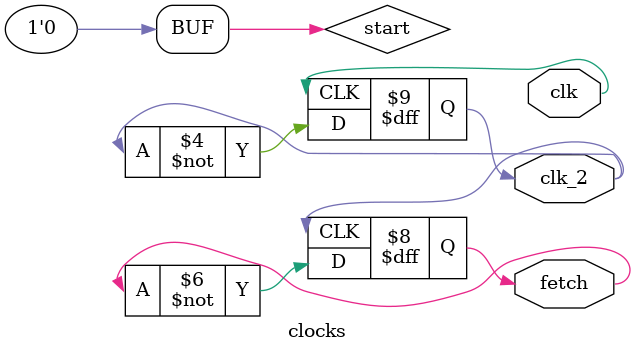
<source format=v>
/*******************************************************************************
* (c) 2016 Synopsys, Inc.
*
* This file and it's contents are proprietary to Synopsys, Inc. and may 
* only be used pursuant to the terms and conditions of a written license 
* agreement with Synopsys, Inc. All other use, reproduction, modification, 
* or distribution of this file is stricly prohibited.
*******************************************************************************/

`timescale 100 ps / 100 ps

module clocks (fetch,clk_2,clk);
  output fetch,clk,clk_2;
  reg    fetch,clk_2;
  reg    start;

  nor #10 (clk, clk, start);

  initial
   begin
     fetch = 0;
     clk_2 = 0;
     start = 1;
     #20 start = 0;
   end

  always @(negedge clk)
    clk_2 = ~clk_2;

  always @(posedge clk_2)
    fetch = ~fetch;

endmodule

</source>
